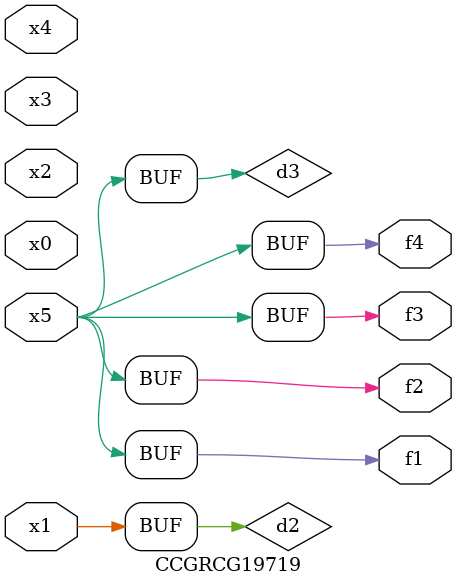
<source format=v>
module CCGRCG19719(
	input x0, x1, x2, x3, x4, x5,
	output f1, f2, f3, f4
);

	wire d1, d2, d3;

	not (d1, x5);
	or (d2, x1);
	xnor (d3, d1);
	assign f1 = d3;
	assign f2 = d3;
	assign f3 = d3;
	assign f4 = d3;
endmodule

</source>
